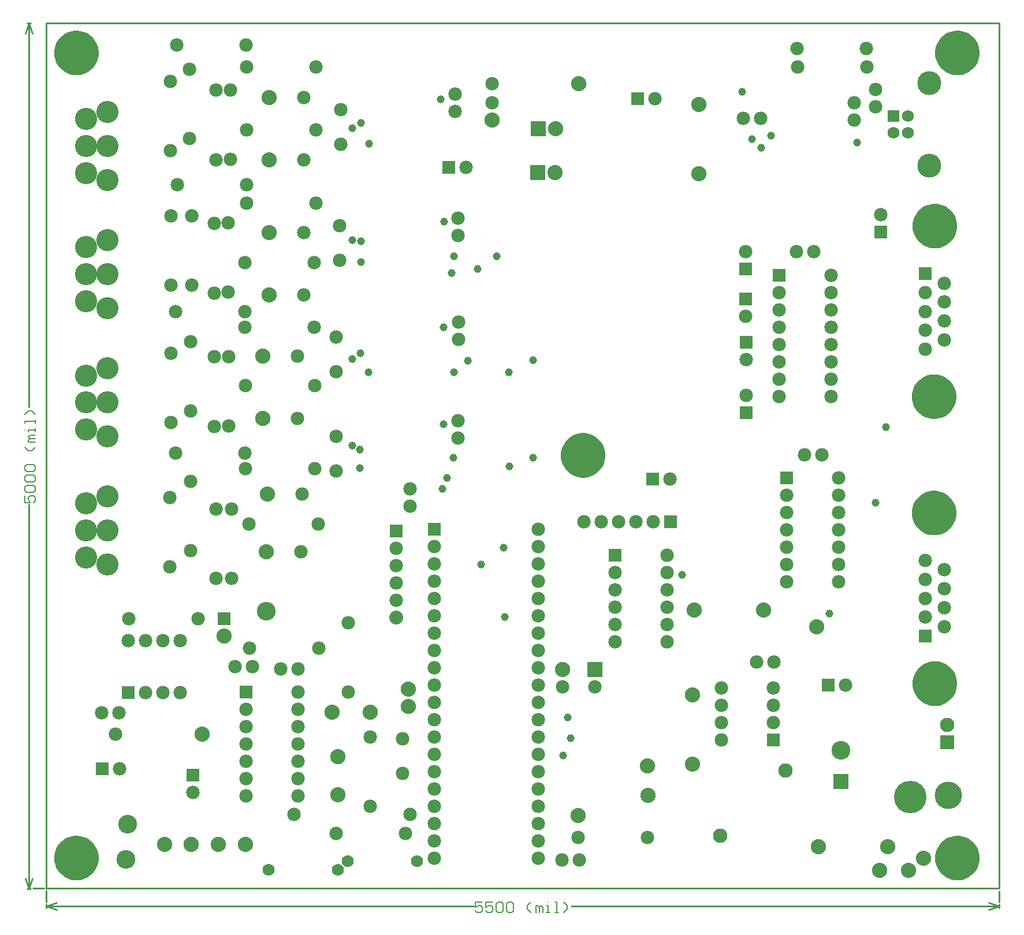
<source format=gbs>
*%FSLAX25Y25*%
*%MOIN*%
G01*
%ADD11C,0.00500*%
%ADD12C,0.00600*%
%ADD13C,0.00733*%
%ADD14C,0.00800*%
%ADD15C,0.00900*%
%ADD16C,0.01000*%
%ADD17C,0.01200*%
%ADD18C,0.01500*%
%ADD19C,0.01600*%
%ADD20C,0.01969*%
%ADD21C,0.02000*%
%ADD22C,0.02500*%
%ADD23C,0.03000*%
%ADD24C,0.03200*%
%ADD25C,0.03800*%
%ADD26C,0.04000*%
%ADD27C,0.04600*%
%ADD28C,0.05000*%
%ADD29C,0.05200*%
%ADD30C,0.06000*%
%ADD31C,0.06000*%
%ADD32C,0.06200*%
%ADD33C,0.06800*%
%ADD34C,0.07000*%
%ADD35C,0.07200*%
%ADD36C,0.07500*%
%ADD37C,0.07800*%
%ADD38C,0.08000*%
%ADD39C,0.08000*%
%ADD40C,0.08300*%
%ADD41C,0.08800*%
%ADD42C,0.09200*%
%ADD43C,0.10000*%
%ADD44C,0.10000*%
%ADD45C,0.10200*%
%ADD46C,0.10800*%
%ADD47C,0.11500*%
%ADD48C,0.12000*%
%ADD49C,0.12800*%
%ADD50C,0.13000*%
%ADD51C,0.13800*%
%ADD52C,0.14000*%
%ADD53C,0.15000*%
%ADD54C,0.15000*%
%ADD55C,0.15600*%
%ADD56C,0.15800*%
%ADD57C,0.16000*%
%ADD58C,0.18000*%
%ADD59C,0.18800*%
%ADD60C,0.19600*%
%ADD61C,0.25000*%
%ADD62C,0.25000*%
%ADD63R,0.06000X0.06000*%
%ADD64R,0.06800X0.06800*%
%ADD65R,0.07000X0.07000*%
%ADD66R,0.07500X0.07500*%
%ADD67R,0.07800X0.07800*%
%ADD68R,0.08000X0.08000*%
%ADD69R,0.08300X0.08300*%
%ADD70R,0.08800X0.08800*%
%ADD71O,0.07274X0.00975*%
%ADD72O,0.07274X0.00975*%
%ADD73O,0.07874X0.01575*%
%ADD74O,0.07874X0.01575*%
%ADD75O,0.08674X0.02375*%
%ADD76O,0.08674X0.02375*%
D12*
X87801Y322709D02*
Y326707D01*
Y322709D02*
X90800D01*
X89800Y324708D01*
Y325708D01*
X90800Y326707D01*
X92799D01*
X93799Y325708D01*
Y323708D01*
X92799Y322709D01*
X88801Y328707D02*
X87801Y329706D01*
Y331706D01*
X88801Y332705D01*
X92799D01*
X93799Y331706D01*
Y329706D01*
X92799Y328707D01*
X88801D01*
Y334705D02*
X87801Y335704D01*
Y337704D01*
X88801Y338703D01*
X92799D01*
X93799Y337704D01*
Y335704D01*
X92799Y334705D01*
X88801D01*
Y340703D02*
X87801Y341702D01*
Y343702D01*
X88801Y344702D01*
X92799D01*
X93799Y343702D01*
Y341702D01*
X92799Y340703D01*
X88801D01*
X91800Y352699D02*
X93799Y354698D01*
X91800Y352699D02*
X89800D01*
X87801Y354698D01*
X89800Y357697D02*
X93799D01*
X89800D02*
Y358697D01*
X90800Y359697D01*
X93799D01*
X90800D01*
X89800Y360696D01*
X90800Y361696D01*
X93799D01*
Y363695D02*
Y365695D01*
Y364695D01*
X89800D01*
Y363695D01*
X87801Y364695D02*
X87802D01*
X93799Y368694D02*
Y370693D01*
Y369693D01*
X87801D01*
Y368694D01*
X93799Y373692D02*
X91800Y375691D01*
X89800D01*
X87801Y373692D01*
X347909Y92199D02*
X351907D01*
X347909D02*
Y89200D01*
X349908Y90200D01*
X350908D01*
X351907Y89200D01*
Y87201D01*
X350908Y86201D01*
X348908D01*
X347909Y87201D01*
X353907Y92199D02*
X357905D01*
X353907D02*
Y89200D01*
X355906Y90200D01*
X356906D01*
X357905Y89200D01*
Y87201D01*
X356906Y86201D01*
X354906D01*
X353907Y87201D01*
X359905Y91199D02*
X360904Y92199D01*
X362904D01*
X363903Y91199D01*
Y87201D01*
X362904Y86201D01*
X360904D01*
X359905Y87201D01*
Y91199D01*
X365903D02*
X366902Y92199D01*
X368902D01*
X369902Y91199D01*
Y87201D01*
X368902Y86201D01*
X366902D01*
X365903Y87201D01*
Y91199D01*
X377899Y88200D02*
X379898Y86201D01*
X377899Y88200D02*
Y90200D01*
X379898Y92199D01*
X382897Y90200D02*
Y86201D01*
Y90200D02*
X383897D01*
X384897Y89200D01*
Y86201D01*
Y89200D01*
X385896Y90200D01*
X386896Y89200D01*
Y86201D01*
X388895D02*
X390895D01*
X389895D01*
Y90200D01*
X388895D01*
X389895Y92199D02*
X389896D01*
X393894Y86201D02*
X395893D01*
X394893D01*
Y92199D01*
X393894D01*
X398892Y86201D02*
X400891Y88200D01*
Y90200D01*
X398892Y92199D01*
D16*
X650000Y92000D02*
Y98400D01*
Y599800D02*
X100200D01*
X100000D02*
Y99800D01*
Y100000D02*
X650000D01*
X98900Y99900D02*
X92500D01*
X100200Y98600D02*
Y91900D01*
X650000Y100000D02*
Y599800D01*
X90200Y321709D02*
Y99800D01*
Y377891D02*
Y599800D01*
X88200Y105800D02*
X90200Y99800D01*
X92200Y105800D01*
X88200Y593800D02*
X90200Y599800D01*
X92200Y593800D01*
X91200Y99800D02*
X89200D01*
Y599800D02*
X91200D01*
X100000Y89800D02*
X346909D01*
X403091D02*
X650000D01*
X106000Y91800D02*
X100000Y89800D01*
X106000Y87800D01*
X644000Y91800D02*
X650000Y89800D01*
X644000Y87800D01*
X100000Y88800D02*
Y90800D01*
X650000D02*
Y88800D01*
D27*
X518300Y534800D02*
D03*
X578800Y322603D02*
D03*
X552020Y258734D02*
D03*
X584816Y366429D02*
D03*
X398400Y176600D02*
D03*
X402600Y186600D02*
D03*
X512876Y527800D02*
D03*
X501709Y559956D02*
D03*
X507300Y532700D02*
D03*
X568200Y530600D02*
D03*
X281600Y542000D02*
D03*
X286400Y530200D02*
D03*
X281800Y473800D02*
D03*
Y461600D02*
D03*
X276800Y474400D02*
D03*
X281400Y409200D02*
D03*
X276800Y405800D02*
D03*
X281200Y353400D02*
D03*
X327800Y555600D02*
D03*
X329600Y485200D02*
D03*
X281000Y342600D02*
D03*
X335400Y465200D02*
D03*
X360200D02*
D03*
X334200Y455400D02*
D03*
X349200Y457800D02*
D03*
X329400Y424200D02*
D03*
X286000Y398000D02*
D03*
X343400Y404800D02*
D03*
X381000Y405000D02*
D03*
X335400Y398200D02*
D03*
X367200D02*
D03*
X329400Y368200D02*
D03*
X401252Y198702D02*
D03*
X467200Y281000D02*
D03*
X335200Y348600D02*
D03*
X381000Y348800D02*
D03*
X331400Y337200D02*
D03*
X367400Y343600D02*
D03*
X364000Y296800D02*
D03*
X276600Y355800D02*
D03*
X276800Y539200D02*
D03*
X328800Y330600D02*
D03*
X351000Y287000D02*
D03*
X364600Y256600D02*
D03*
D33*
X597500Y545900D02*
D03*
X589000Y536500D02*
D03*
X597500D02*
D03*
D34*
X274158Y115574D02*
D03*
X268260Y110689D02*
D03*
X314158Y115574D02*
D03*
X228260Y110689D02*
D03*
D37*
X274574Y213443D02*
D03*
Y253443D02*
D03*
X198200Y279200D02*
D03*
X198000Y319000D02*
D03*
X183576Y335200D02*
D03*
X197000Y366800D02*
D03*
X197200Y443800D02*
D03*
X198200Y520700D02*
D03*
X197000Y407000D02*
D03*
X197200Y484000D02*
D03*
X198200Y561000D02*
D03*
X384252Y257302D02*
D03*
X566500Y543800D02*
D03*
X512300Y544700D02*
D03*
X581600Y489200D02*
D03*
X557400Y337100D02*
D03*
X607500Y278400D02*
D03*
X553000Y454000D02*
D03*
X543000Y467600D02*
D03*
X547900Y350400D02*
D03*
X519900Y215800D02*
D03*
X336200Y548800D02*
D03*
X337869Y477082D02*
D03*
X503800Y467800D02*
D03*
X338145Y416929D02*
D03*
X337800Y360000D02*
D03*
X384252Y307302D02*
D03*
Y227302D02*
D03*
X397652Y116502D02*
D03*
X384252Y117302D02*
D03*
X324252Y207302D02*
D03*
X245498Y226690D02*
D03*
X245383Y213504D02*
D03*
Y203504D02*
D03*
X215383Y193504D02*
D03*
X245383Y183504D02*
D03*
X215383Y173504D02*
D03*
X573600Y574500D02*
D03*
X578600Y561300D02*
D03*
X566500Y553800D02*
D03*
X533000Y467600D02*
D03*
X451572Y556079D02*
D03*
X336200Y558800D02*
D03*
X502300Y544700D02*
D03*
X337869Y487082D02*
D03*
X607500Y411400D02*
D03*
X557400Y327100D02*
D03*
X607500Y289300D02*
D03*
X557400Y297100D02*
D03*
X553000Y444000D02*
D03*
X537900Y350400D02*
D03*
X460152Y336378D02*
D03*
X527400Y277100D02*
D03*
X458378Y292524D02*
D03*
X618500Y262100D02*
D03*
X489900Y215800D02*
D03*
Y205800D02*
D03*
X338145Y426929D02*
D03*
X337800Y370000D02*
D03*
X458378Y282524D02*
D03*
Y272524D02*
D03*
X416852Y216502D02*
D03*
X407652Y116502D02*
D03*
X397952Y216502D02*
D03*
X384252Y297302D02*
D03*
Y217302D02*
D03*
X342496Y516324D02*
D03*
X324252Y197302D02*
D03*
Y117302D02*
D03*
X310062Y320700D02*
D03*
X235498Y226690D02*
D03*
X209045Y228098D02*
D03*
X215383Y153504D02*
D03*
X177469Y213082D02*
D03*
X142082Y201531D02*
D03*
X184800Y155400D02*
D03*
X142300Y169132D02*
D03*
X171628Y566100D02*
D03*
X182837Y573046D02*
D03*
X618500Y251200D02*
D03*
Y273000D02*
D03*
Y283900D02*
D03*
X607500Y267500D02*
D03*
Y256600D02*
D03*
X243000Y142600D02*
D03*
X519900Y205800D02*
D03*
Y195800D02*
D03*
X310062Y330700D02*
D03*
X607500Y433200D02*
D03*
Y422300D02*
D03*
X618500Y449500D02*
D03*
Y438600D02*
D03*
Y427700D02*
D03*
X607500Y444100D02*
D03*
X440494Y311734D02*
D03*
X450494D02*
D03*
X410494D02*
D03*
X420494D02*
D03*
X430494D02*
D03*
X244936Y371409D02*
D03*
X267487Y398332D02*
D03*
Y418332D02*
D03*
X215383Y183504D02*
D03*
Y163504D02*
D03*
X245383Y153504D02*
D03*
Y173504D02*
D03*
Y193504D02*
D03*
Y163504D02*
D03*
X215383Y203504D02*
D03*
X254885Y423910D02*
D03*
X257020Y310463D02*
D03*
X254934Y342395D02*
D03*
X244939Y407313D02*
D03*
X247220Y294502D02*
D03*
X247740Y327768D02*
D03*
X504000Y405300D02*
D03*
X503800Y430500D02*
D03*
X578600Y551300D02*
D03*
X447239Y129521D02*
D03*
X407239D02*
D03*
X286952Y187502D02*
D03*
Y147502D02*
D03*
X573384Y585158D02*
D03*
X533384D02*
D03*
X533600Y574500D02*
D03*
X458378Y262524D02*
D03*
X428378D02*
D03*
X458378Y252524D02*
D03*
Y242524D02*
D03*
X428378Y252524D02*
D03*
Y242524D02*
D03*
Y282524D02*
D03*
Y272524D02*
D03*
X310200Y142600D02*
D03*
X523000Y384000D02*
D03*
X553000Y424000D02*
D03*
X523000Y394000D02*
D03*
X553000Y434000D02*
D03*
X523000Y404000D02*
D03*
Y444000D02*
D03*
Y434000D02*
D03*
Y414000D02*
D03*
Y424000D02*
D03*
X553000Y414000D02*
D03*
Y404000D02*
D03*
Y384000D02*
D03*
Y394000D02*
D03*
X527400Y327100D02*
D03*
Y297100D02*
D03*
X557400Y277100D02*
D03*
Y287100D02*
D03*
Y307100D02*
D03*
Y317100D02*
D03*
X527400Y287100D02*
D03*
Y317100D02*
D03*
Y307100D02*
D03*
X305752Y166502D02*
D03*
Y186502D02*
D03*
X489900Y195800D02*
D03*
Y185800D02*
D03*
X257500Y238674D02*
D03*
X267466Y131727D02*
D03*
X217500Y238674D02*
D03*
X307466Y131727D02*
D03*
X175300Y587068D02*
D03*
X215300D02*
D03*
X215700Y574332D02*
D03*
X248600Y520800D02*
D03*
X248700Y556868D02*
D03*
X255700Y574332D02*
D03*
X269932Y549700D02*
D03*
Y529700D02*
D03*
X219045Y228098D02*
D03*
X206400Y520900D02*
D03*
Y560900D02*
D03*
X167469Y213082D02*
D03*
X177469Y243082D02*
D03*
X157469D02*
D03*
X147469D02*
D03*
X132082Y201531D02*
D03*
X157469Y213082D02*
D03*
X167469Y243082D02*
D03*
X140100Y189132D02*
D03*
X618500Y416800D02*
D03*
X174700Y351415D02*
D03*
X174902Y432878D02*
D03*
X206959Y319103D02*
D03*
X214700Y351415D02*
D03*
X214934Y342395D02*
D03*
X206959Y279103D02*
D03*
X171394Y325614D02*
D03*
X217020Y310463D02*
D03*
X205400Y407096D02*
D03*
X214902Y432878D02*
D03*
X214885Y423910D02*
D03*
X172176Y409000D02*
D03*
X205400Y367096D02*
D03*
X184033Y488508D02*
D03*
X205200Y444266D02*
D03*
Y484266D02*
D03*
X187918Y255869D02*
D03*
X147918D02*
D03*
X504000Y384600D02*
D03*
X183576Y415600D02*
D03*
X214961Y390490D02*
D03*
X254961D02*
D03*
X215738Y506270D02*
D03*
X175738D02*
D03*
X171976Y488400D02*
D03*
X248657Y442835D02*
D03*
X248592Y478765D02*
D03*
X269370Y462838D02*
D03*
Y482838D02*
D03*
X214885Y461296D02*
D03*
X254885D02*
D03*
X215803Y495543D02*
D03*
X255803Y495543D02*
D03*
X357524Y553700D02*
D03*
X267430Y361090D02*
D03*
Y341090D02*
D03*
X324252Y127302D02*
D03*
Y137302D02*
D03*
Y177302D02*
D03*
Y187302D02*
D03*
X384252Y137302D02*
D03*
X324252Y167302D02*
D03*
X384252Y187302D02*
D03*
Y177302D02*
D03*
Y157302D02*
D03*
X324252Y297302D02*
D03*
Y287302D02*
D03*
Y277302D02*
D03*
Y267302D02*
D03*
Y257302D02*
D03*
Y247302D02*
D03*
Y147302D02*
D03*
X384252Y197302D02*
D03*
Y207302D02*
D03*
Y237302D02*
D03*
X324252Y157302D02*
D03*
X384252Y287302D02*
D03*
Y277302D02*
D03*
Y267302D02*
D03*
Y167302D02*
D03*
Y147302D02*
D03*
Y127302D02*
D03*
Y247302D02*
D03*
X324252Y217302D02*
D03*
Y237302D02*
D03*
Y227302D02*
D03*
X357576Y564840D02*
D03*
X510100Y230676D02*
D03*
X520100D02*
D03*
X561400Y217500D02*
D03*
X255900Y537932D02*
D03*
X215900D02*
D03*
X302055Y266446D02*
D03*
Y276446D02*
D03*
Y286446D02*
D03*
Y296446D02*
D03*
X183576Y295200D02*
D03*
X171394Y285614D02*
D03*
X183576Y375600D02*
D03*
X172176Y369000D02*
D03*
X184033Y448508D02*
D03*
X171976Y448400D02*
D03*
X182837Y533046D02*
D03*
X171628Y526100D02*
D03*
D38*
X302055Y256446D02*
D03*
D39*
X617100Y117500D02*
X617101D01*
X617100D02*
X617199Y116173D01*
X617495Y114877D01*
X617981Y113638D01*
X618646Y112486D01*
X619476Y111446D01*
X620451Y110542D01*
X621550Y109792D01*
X622748Y109215D01*
X624020Y108823D01*
X625335Y108625D01*
X626665D01*
X627980Y108823D01*
X629252Y109215D01*
X630450Y109792D01*
X631549Y110542D01*
X632524Y111446D01*
X633354Y112486D01*
X634019Y113638D01*
X634505Y114877D01*
X634801Y116173D01*
X634900Y117500D01*
X634901D01*
X634900D02*
X634801Y118827D01*
X634505Y120123D01*
X634019Y121362D01*
X633354Y122514D01*
X632524Y123554D01*
X631549Y124458D01*
X630450Y125208D01*
X629252Y125785D01*
X627980Y126177D01*
X626665Y126375D01*
X625335D01*
X624020Y126177D01*
X622748Y125785D01*
X621550Y125208D01*
X620451Y124458D01*
X619476Y123554D01*
X618646Y122514D01*
X617981Y121362D01*
X617495Y120123D01*
X617199Y118827D01*
X617100Y117500D01*
X624900D02*
X624901D01*
X624900D02*
X624966Y117124D01*
X625157Y116793D01*
X625450Y116547D01*
X625809Y116417D01*
X626191D01*
X626550Y116547D01*
X626843Y116793D01*
X627034Y117124D01*
X627100Y117500D01*
X627101D01*
X627100D02*
X627034Y117876D01*
X626843Y118207D01*
X626550Y118453D01*
X626191Y118583D01*
X625809D01*
X625450Y118453D01*
X625157Y118207D01*
X624966Y117876D01*
X624900Y117500D01*
X604100Y482500D02*
X604101D01*
X604100D02*
X604199Y481173D01*
X604495Y479877D01*
X604981Y478638D01*
X605646Y477486D01*
X606476Y476446D01*
X607451Y475542D01*
X608550Y474792D01*
X609748Y474215D01*
X611020Y473823D01*
X612335Y473625D01*
X613665D01*
X614980Y473823D01*
X616252Y474215D01*
X617450Y474792D01*
X618549Y475542D01*
X619524Y476446D01*
X620354Y477486D01*
X621019Y478638D01*
X621505Y479877D01*
X621801Y481173D01*
X621900Y482500D01*
X621901D01*
X621900D02*
X621801Y483827D01*
X621505Y485123D01*
X621019Y486362D01*
X620354Y487514D01*
X619524Y488554D01*
X618549Y489458D01*
X617450Y490208D01*
X616252Y490785D01*
X614980Y491177D01*
X613665Y491375D01*
X612335D01*
X611020Y491177D01*
X609748Y490785D01*
X608550Y490208D01*
X607451Y489458D01*
X606476Y488554D01*
X605646Y487514D01*
X604981Y486362D01*
X604495Y485123D01*
X604199Y483827D01*
X604100Y482500D01*
X611900D02*
X611901D01*
X611900D02*
X611966Y482124D01*
X612157Y481793D01*
X612450Y481547D01*
X612809Y481417D01*
X613191D01*
X613550Y481547D01*
X613843Y481793D01*
X614034Y482124D01*
X614100Y482500D01*
X614101D01*
X614100D02*
X614034Y482876D01*
X613843Y483207D01*
X613550Y483453D01*
X613191Y483583D01*
X612809D01*
X612450Y483453D01*
X612157Y483207D01*
X611966Y482876D01*
X611900Y482500D01*
X603600Y383900D02*
X603601D01*
X603600D02*
X603699Y382574D01*
X603995Y381277D01*
X604481Y380038D01*
X605146Y378886D01*
X605976Y377846D01*
X606951Y376942D01*
X608050Y376192D01*
X609248Y375615D01*
X610520Y375223D01*
X611835Y375025D01*
X613165D01*
X614480Y375223D01*
X615752Y375615D01*
X616950Y376192D01*
X618049Y376942D01*
X619024Y377846D01*
X619854Y378886D01*
X620519Y380038D01*
X621005Y381277D01*
X621301Y382574D01*
X621400Y383900D01*
X621401D01*
X621400D02*
X621301Y385226D01*
X621005Y386523D01*
X620519Y387762D01*
X619854Y388914D01*
X619024Y389954D01*
X618049Y390858D01*
X616950Y391608D01*
X615752Y392185D01*
X614480Y392577D01*
X613165Y392775D01*
X611835D01*
X610520Y392577D01*
X609248Y392185D01*
X608050Y391608D01*
X606951Y390858D01*
X605976Y389954D01*
X605146Y388914D01*
X604481Y387762D01*
X603995Y386523D01*
X603699Y385226D01*
X603600Y383900D01*
X611400D02*
X611401D01*
X611400D02*
X611466Y383524D01*
X611657Y383193D01*
X611950Y382947D01*
X612309Y382817D01*
X612691D01*
X613050Y382947D01*
X613343Y383193D01*
X613534Y383524D01*
X613600Y383900D01*
X613601D01*
X613600D02*
X613534Y384276D01*
X613343Y384607D01*
X613050Y384853D01*
X612691Y384983D01*
X612309D01*
X611950Y384853D01*
X611657Y384607D01*
X611466Y384276D01*
X611400Y383900D01*
X603600Y316800D02*
X603601D01*
X603600D02*
X603699Y315474D01*
X603995Y314177D01*
X604481Y312938D01*
X605146Y311786D01*
X605976Y310746D01*
X606951Y309842D01*
X608050Y309092D01*
X609248Y308515D01*
X610520Y308123D01*
X611835Y307925D01*
X613165D01*
X614480Y308123D01*
X615752Y308515D01*
X616950Y309092D01*
X618049Y309842D01*
X619024Y310746D01*
X619854Y311786D01*
X620519Y312938D01*
X621005Y314177D01*
X621301Y315474D01*
X621400Y316800D01*
X621401D01*
X621400D02*
X621301Y318126D01*
X621005Y319423D01*
X620519Y320662D01*
X619854Y321814D01*
X619024Y322854D01*
X618049Y323758D01*
X616950Y324508D01*
X615752Y325085D01*
X614480Y325477D01*
X613165Y325675D01*
X611835D01*
X610520Y325477D01*
X609248Y325085D01*
X608050Y324508D01*
X606951Y323758D01*
X605976Y322854D01*
X605146Y321814D01*
X604481Y320662D01*
X603995Y319423D01*
X603699Y318126D01*
X603600Y316800D01*
X611400D02*
X611401D01*
X611400D02*
X611466Y316424D01*
X611657Y316093D01*
X611950Y315847D01*
X612309Y315717D01*
X612691D01*
X613050Y315847D01*
X613343Y316093D01*
X613534Y316424D01*
X613600Y316800D01*
X613601D01*
X613600D02*
X613534Y317176D01*
X613343Y317507D01*
X613050Y317753D01*
X612691Y317883D01*
X612309D01*
X611950Y317753D01*
X611657Y317507D01*
X611466Y317176D01*
X611400Y316800D01*
X604100Y218200D02*
X604101D01*
X604100D02*
X604199Y216874D01*
X604495Y215577D01*
X604981Y214338D01*
X605646Y213186D01*
X606476Y212146D01*
X607451Y211242D01*
X608550Y210492D01*
X609748Y209915D01*
X611020Y209523D01*
X612335Y209325D01*
X613665D01*
X614980Y209523D01*
X616252Y209915D01*
X617450Y210492D01*
X618549Y211242D01*
X619524Y212146D01*
X620354Y213186D01*
X621019Y214338D01*
X621505Y215577D01*
X621801Y216874D01*
X621900Y218200D01*
X621901D01*
X621900D02*
X621801Y219526D01*
X621505Y220823D01*
X621019Y222062D01*
X620354Y223214D01*
X619524Y224254D01*
X618549Y225158D01*
X617450Y225908D01*
X616252Y226485D01*
X614980Y226877D01*
X613665Y227075D01*
X612335D01*
X611020Y226877D01*
X609748Y226485D01*
X608550Y225908D01*
X607451Y225158D01*
X606476Y224254D01*
X605646Y223214D01*
X604981Y222062D01*
X604495Y220823D01*
X604199Y219526D01*
X604100Y218200D01*
X611900D02*
X611901D01*
X611900D02*
X611966Y217824D01*
X612157Y217493D01*
X612450Y217247D01*
X612809Y217117D01*
X613191D01*
X613550Y217247D01*
X613843Y217493D01*
X614034Y217824D01*
X614100Y218200D01*
X614101D01*
X614100D02*
X614034Y218576D01*
X613843Y218907D01*
X613550Y219153D01*
X613191Y219283D01*
X612809D01*
X612450Y219153D01*
X612157Y218907D01*
X611966Y218576D01*
X611900Y218200D01*
X108600Y117500D02*
X108601D01*
X108600D02*
X108699Y116173D01*
X108995Y114877D01*
X109481Y113638D01*
X110146Y112486D01*
X110976Y111446D01*
X111951Y110542D01*
X113050Y109792D01*
X114248Y109215D01*
X115520Y108823D01*
X116835Y108625D01*
X118165D01*
X119480Y108823D01*
X120752Y109215D01*
X121950Y109792D01*
X123049Y110542D01*
X124024Y111446D01*
X124854Y112486D01*
X125519Y113638D01*
X126005Y114877D01*
X126301Y116173D01*
X126400Y117500D01*
X126401D01*
X126400D02*
X126301Y118827D01*
X126005Y120123D01*
X125519Y121362D01*
X124854Y122514D01*
X124024Y123554D01*
X123049Y124458D01*
X121950Y125208D01*
X120752Y125785D01*
X119480Y126177D01*
X118165Y126375D01*
X116835D01*
X115520Y126177D01*
X114248Y125785D01*
X113050Y125208D01*
X111951Y124458D01*
X110976Y123554D01*
X110146Y122514D01*
X109481Y121362D01*
X108995Y120123D01*
X108699Y118827D01*
X108600Y117500D01*
X116400D02*
X116401D01*
X116400D02*
X116466Y117124D01*
X116657Y116793D01*
X116950Y116547D01*
X117309Y116417D01*
X117691D01*
X118050Y116547D01*
X118343Y116793D01*
X118534Y117124D01*
X118600Y117500D01*
X118601D01*
X118600D02*
X118534Y117876D01*
X118343Y118207D01*
X118050Y118453D01*
X117691Y118583D01*
X117309D01*
X116950Y118453D01*
X116657Y118207D01*
X116466Y117876D01*
X116400Y117500D01*
X617100Y582500D02*
X617101D01*
X617100D02*
X617199Y581174D01*
X617495Y579877D01*
X617981Y578638D01*
X618646Y577486D01*
X619476Y576446D01*
X620451Y575542D01*
X621550Y574792D01*
X622748Y574215D01*
X624020Y573823D01*
X625335Y573625D01*
X626665D01*
X627980Y573823D01*
X629252Y574215D01*
X630450Y574792D01*
X631549Y575542D01*
X632524Y576446D01*
X633354Y577486D01*
X634019Y578638D01*
X634505Y579877D01*
X634801Y581174D01*
X634900Y582500D01*
X634901D01*
X634900D02*
X634801Y583826D01*
X634505Y585123D01*
X634019Y586362D01*
X633354Y587514D01*
X632524Y588554D01*
X631549Y589458D01*
X630450Y590208D01*
X629252Y590785D01*
X627980Y591177D01*
X626665Y591375D01*
X625335D01*
X624020Y591177D01*
X622748Y590785D01*
X621550Y590208D01*
X620451Y589458D01*
X619476Y588554D01*
X618646Y587514D01*
X617981Y586362D01*
X617495Y585123D01*
X617199Y583826D01*
X617100Y582500D01*
X624900D02*
X624901D01*
X624900D02*
X624966Y582124D01*
X625157Y581793D01*
X625450Y581547D01*
X625809Y581417D01*
X626191D01*
X626550Y581547D01*
X626843Y581793D01*
X627034Y582124D01*
X627100Y582500D01*
X627101D01*
X627100D02*
X627034Y582876D01*
X626843Y583207D01*
X626550Y583453D01*
X626191Y583583D01*
X625809D01*
X625450Y583453D01*
X625157Y583207D01*
X624966Y582876D01*
X624900Y582500D01*
X108600D02*
X108601D01*
X108600D02*
X108699Y581174D01*
X108995Y579877D01*
X109481Y578638D01*
X110146Y577486D01*
X110976Y576446D01*
X111951Y575542D01*
X113050Y574792D01*
X114248Y574215D01*
X115520Y573823D01*
X116835Y573625D01*
X118165D01*
X119480Y573823D01*
X120752Y574215D01*
X121950Y574792D01*
X123049Y575542D01*
X124024Y576446D01*
X124854Y577486D01*
X125519Y578638D01*
X126005Y579877D01*
X126301Y581174D01*
X126400Y582500D01*
X126401D01*
X126400D02*
X126301Y583826D01*
X126005Y585123D01*
X125519Y586362D01*
X124854Y587514D01*
X124024Y588554D01*
X123049Y589458D01*
X121950Y590208D01*
X120752Y590785D01*
X119480Y591177D01*
X118165Y591375D01*
X116835D01*
X115520Y591177D01*
X114248Y590785D01*
X113050Y590208D01*
X111951Y589458D01*
X110976Y588554D01*
X110146Y587514D01*
X109481Y586362D01*
X108995Y585123D01*
X108699Y583826D01*
X108600Y582500D01*
X116400D02*
X116401D01*
X116400D02*
X116466Y582124D01*
X116657Y581793D01*
X116950Y581547D01*
X117309Y581417D01*
X117691D01*
X118050Y581547D01*
X118343Y581793D01*
X118534Y582124D01*
X118600Y582500D01*
X118601D01*
X118600D02*
X118534Y582876D01*
X118343Y583207D01*
X118050Y583453D01*
X117691Y583583D01*
X117309D01*
X116950Y583453D01*
X116657Y583207D01*
X116466Y582876D01*
X116400Y582500D01*
X401100Y350000D02*
X401101D01*
X401100D02*
X401199Y348674D01*
X401495Y347377D01*
X401981Y346138D01*
X402646Y344986D01*
X403476Y343946D01*
X404451Y343042D01*
X405550Y342292D01*
X406748Y341715D01*
X408020Y341323D01*
X409335Y341125D01*
X410665D01*
X411980Y341323D01*
X413252Y341715D01*
X414450Y342292D01*
X415549Y343042D01*
X416524Y343946D01*
X417354Y344986D01*
X418019Y346138D01*
X418505Y347377D01*
X418801Y348674D01*
X418900Y350000D01*
X418901D01*
X418900D02*
X418801Y351326D01*
X418505Y352623D01*
X418019Y353862D01*
X417354Y355014D01*
X416524Y356054D01*
X415549Y356958D01*
X414450Y357708D01*
X413252Y358285D01*
X411980Y358677D01*
X410665Y358875D01*
X409335D01*
X408020Y358677D01*
X406748Y358285D01*
X405550Y357708D01*
X404451Y356958D01*
X403476Y356054D01*
X402646Y355014D01*
X401981Y353862D01*
X401495Y352623D01*
X401199Y351326D01*
X401100Y350000D01*
X408900D02*
X408901D01*
X408900D02*
X408966Y349624D01*
X409157Y349293D01*
X409450Y349047D01*
X409809Y348917D01*
X410191D01*
X410550Y349047D01*
X410843Y349293D01*
X411034Y349624D01*
X411100Y350000D01*
X411101D01*
X411100D02*
X411034Y350376D01*
X410843Y350707D01*
X410550Y350953D01*
X410191Y351083D01*
X409809D01*
X409450Y350953D01*
X409157Y350707D01*
X408966Y350376D01*
X408900Y350000D01*
D40*
X526636Y167982D02*
D03*
X620000Y194500D02*
D03*
X489136Y130482D02*
D03*
D41*
X168259Y125300D02*
D03*
X183859D02*
D03*
X199459D02*
D03*
X215059D02*
D03*
X473958Y260574D02*
D03*
X476626Y512558D02*
D03*
Y552558D02*
D03*
X513958Y260574D02*
D03*
X585842Y124026D02*
D03*
X473174Y171642D02*
D03*
X545842Y124026D02*
D03*
X473174Y211643D02*
D03*
X407576Y564840D02*
D03*
X397952Y226502D02*
D03*
X447000Y170800D02*
D03*
X309152Y214902D02*
D03*
X190100Y189132D02*
D03*
X393932Y538654D02*
D03*
X357524Y543700D02*
D03*
X393921Y513509D02*
D03*
X597800Y110400D02*
D03*
X581200D02*
D03*
X447400Y153800D02*
D03*
X228700Y556868D02*
D03*
X228600Y520800D02*
D03*
X228592Y478765D02*
D03*
X228657Y442835D02*
D03*
X309152Y204902D02*
D03*
X224936Y371409D02*
D03*
X224939Y407313D02*
D03*
X227740Y327768D02*
D03*
X227220Y294502D02*
D03*
X268452Y176102D02*
D03*
X202731Y245718D02*
D03*
X606400Y117400D02*
D03*
X287152Y201702D02*
D03*
X268452Y154102D02*
D03*
X265152Y201702D02*
D03*
X544600Y251000D02*
D03*
X407200Y142000D02*
D03*
D46*
X558900Y179800D02*
D03*
X147000Y137000D02*
D03*
X227000Y260200D02*
D03*
X146200Y116800D02*
D03*
D49*
X123000Y380600D02*
D03*
X135300Y306800D02*
D03*
Y326500D02*
D03*
Y287100D02*
D03*
X123000Y513100D02*
D03*
Y439200D02*
D03*
Y365000D02*
D03*
Y291200D02*
D03*
X135300Y509100D02*
D03*
Y435100D02*
D03*
Y361100D02*
D03*
X123000Y454800D02*
D03*
Y470400D02*
D03*
Y396200D02*
D03*
Y306800D02*
D03*
Y322400D02*
D03*
Y544300D02*
D03*
Y528800D02*
D03*
X135300Y400500D02*
D03*
Y380800D02*
D03*
Y474500D02*
D03*
Y454800D02*
D03*
Y548500D02*
D03*
Y528800D02*
D03*
D51*
X609600Y517300D02*
D03*
Y565100D02*
D03*
D56*
X620800Y153600D02*
D03*
D59*
X598800Y152600D02*
D03*
D64*
X589000Y545900D02*
D03*
D67*
X441572Y556079D02*
D03*
X332496Y516324D02*
D03*
X460494Y311734D02*
D03*
X215383Y213504D02*
D03*
X504000Y374600D02*
D03*
X607500Y245700D02*
D03*
X519900Y185800D02*
D03*
X607500Y455000D02*
D03*
X504000Y415300D02*
D03*
X503800Y440500D02*
D03*
Y457800D02*
D03*
X428378Y292524D02*
D03*
X523000Y454000D02*
D03*
X527400Y337100D02*
D03*
X184800Y165400D02*
D03*
X132300Y169132D02*
D03*
X147469Y213082D02*
D03*
X202731Y255718D02*
D03*
X581600Y479200D02*
D03*
X450152Y336378D02*
D03*
X324252Y307302D02*
D03*
X551400Y217500D02*
D03*
X302055Y306446D02*
D03*
D69*
X620000Y184500D02*
D03*
D70*
X416852Y226502D02*
D03*
X383932Y538654D02*
D03*
X383921Y513509D02*
D03*
X558900Y161800D02*
D03*
M02*

</source>
